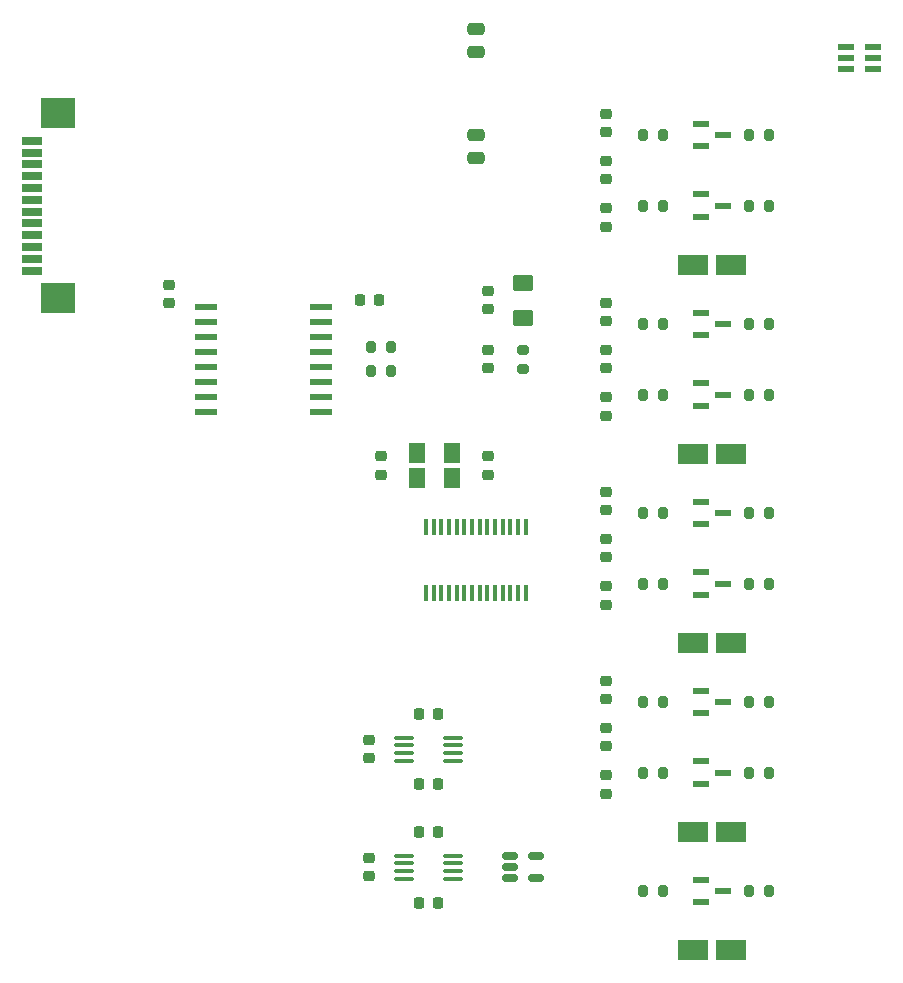
<source format=gbr>
%TF.GenerationSoftware,KiCad,Pcbnew,9.0.2*%
%TF.CreationDate,2025-06-09T15:42:41+03:00*%
%TF.ProjectId,PMCNV-AI4T,504d434e-562d-4414-9934-542e6b696361,rev?*%
%TF.SameCoordinates,Original*%
%TF.FileFunction,Paste,Top*%
%TF.FilePolarity,Positive*%
%FSLAX46Y46*%
G04 Gerber Fmt 4.6, Leading zero omitted, Abs format (unit mm)*
G04 Created by KiCad (PCBNEW 9.0.2) date 2025-06-09 15:42:41*
%MOMM*%
%LPD*%
G01*
G04 APERTURE LIST*
G04 Aperture macros list*
%AMRoundRect*
0 Rectangle with rounded corners*
0 $1 Rounding radius*
0 $2 $3 $4 $5 $6 $7 $8 $9 X,Y pos of 4 corners*
0 Add a 4 corners polygon primitive as box body*
4,1,4,$2,$3,$4,$5,$6,$7,$8,$9,$2,$3,0*
0 Add four circle primitives for the rounded corners*
1,1,$1+$1,$2,$3*
1,1,$1+$1,$4,$5*
1,1,$1+$1,$6,$7*
1,1,$1+$1,$8,$9*
0 Add four rect primitives between the rounded corners*
20,1,$1+$1,$2,$3,$4,$5,0*
20,1,$1+$1,$4,$5,$6,$7,0*
20,1,$1+$1,$6,$7,$8,$9,0*
20,1,$1+$1,$8,$9,$2,$3,0*%
G04 Aperture macros list end*
%ADD10RoundRect,0.200000X-0.200000X-0.275000X0.200000X-0.275000X0.200000X0.275000X-0.200000X0.275000X0*%
%ADD11R,1.397000X1.738275*%
%ADD12RoundRect,0.225000X-0.250000X0.225000X-0.250000X-0.225000X0.250000X-0.225000X0.250000X0.225000X0*%
%ADD13RoundRect,0.225000X0.250000X-0.225000X0.250000X0.225000X-0.250000X0.225000X-0.250000X-0.225000X0*%
%ADD14RoundRect,0.225000X0.225000X0.250000X-0.225000X0.250000X-0.225000X-0.250000X0.225000X-0.250000X0*%
%ADD15R,1.422400X0.558800*%
%ADD16R,2.565400X1.651000*%
%ADD17R,1.854200X0.482600*%
%ADD18RoundRect,0.200000X-0.275000X0.200000X-0.275000X-0.200000X0.275000X-0.200000X0.275000X0.200000X0*%
%ADD19R,1.473200X0.558800*%
%ADD20RoundRect,0.250000X0.475000X-0.250000X0.475000X0.250000X-0.475000X0.250000X-0.475000X-0.250000X0*%
%ADD21RoundRect,0.100000X-0.712500X-0.100000X0.712500X-0.100000X0.712500X0.100000X-0.712500X0.100000X0*%
%ADD22RoundRect,0.200000X0.200000X0.275000X-0.200000X0.275000X-0.200000X-0.275000X0.200000X-0.275000X0*%
%ADD23R,0.355600X1.473200*%
%ADD24RoundRect,0.150000X-0.512500X-0.150000X0.512500X-0.150000X0.512500X0.150000X-0.512500X0.150000X0*%
%ADD25R,1.803400X0.635000*%
%ADD26R,2.997200X2.590800*%
%ADD27RoundRect,0.250001X0.624999X-0.462499X0.624999X0.462499X-0.624999X0.462499X-0.624999X-0.462499X0*%
%ADD28RoundRect,0.250000X-0.475000X0.250000X-0.475000X-0.250000X0.475000X-0.250000X0.475000X0.250000X0*%
G04 APERTURE END LIST*
D10*
%TO.C,R4*%
X18175000Y30000000D03*
X19825000Y30000000D03*
%TD*%
D11*
%TO.C,C10*%
X2000000Y6913337D03*
X2000000Y9086663D03*
%TD*%
D10*
%TO.C,R16*%
X27175000Y-2000000D03*
X28825000Y-2000000D03*
%TD*%
D12*
%TO.C,C13*%
X-5000000Y-15225000D03*
X-5000000Y-16775000D03*
%TD*%
D13*
%TO.C,C28*%
X15000000Y-11775000D03*
X15000000Y-10225000D03*
%TD*%
%TO.C,C9*%
X5000000Y16225000D03*
X5000000Y17775000D03*
%TD*%
D14*
%TO.C,C15*%
X775000Y-29000000D03*
X-775000Y-29000000D03*
%TD*%
D13*
%TO.C,C7*%
X-4000000Y7225000D03*
X-4000000Y8775000D03*
%TD*%
%TO.C,C25*%
X15000000Y4225000D03*
X15000000Y5775000D03*
%TD*%
D15*
%TO.C,U9*%
X23034800Y36952500D03*
X23034800Y35047500D03*
X24965200Y36000000D03*
%TD*%
D16*
%TO.C,D2*%
X22387100Y-33000000D03*
X25612900Y-33000000D03*
%TD*%
D10*
%TO.C,R18*%
X18175000Y-18000000D03*
X19825000Y-18000000D03*
%TD*%
D17*
%TO.C,U7*%
X-18876800Y21445000D03*
X-18876800Y20175000D03*
X-18876800Y18905000D03*
X-18876800Y17635000D03*
X-18876800Y16365000D03*
X-18876800Y15095000D03*
X-18876800Y13825000D03*
X-18876800Y12555000D03*
X-9123200Y12555000D03*
X-9123200Y13825000D03*
X-9123200Y15095000D03*
X-9123200Y16365000D03*
X-9123200Y17635000D03*
X-9123200Y18905000D03*
X-9123200Y20175000D03*
X-9123200Y21445000D03*
%TD*%
D15*
%TO.C,U14*%
X23034800Y4952500D03*
X23034800Y3047500D03*
X24965200Y4000000D03*
%TD*%
D10*
%TO.C,R5*%
X27175000Y30000000D03*
X28825000Y30000000D03*
%TD*%
D18*
%TO.C,R3*%
X8000000Y17825000D03*
X8000000Y16175000D03*
%TD*%
D15*
%TO.C,U12*%
X23034800Y20952500D03*
X23034800Y19047500D03*
X24965200Y20000000D03*
%TD*%
D10*
%TO.C,R10*%
X18175000Y14000000D03*
X19825000Y14000000D03*
%TD*%
D14*
%TO.C,C5*%
X-4225000Y22000000D03*
X-5775000Y22000000D03*
%TD*%
D15*
%TO.C,U16*%
X23034800Y-11047500D03*
X23034800Y-12952500D03*
X24965200Y-12000000D03*
%TD*%
D16*
%TO.C,D1*%
X22387100Y25000000D03*
X25612900Y25000000D03*
%TD*%
D13*
%TO.C,C3*%
X-22000000Y21725000D03*
X-22000000Y23275000D03*
%TD*%
D10*
%TO.C,R8*%
X27175000Y-28000000D03*
X28825000Y-28000000D03*
%TD*%
D12*
%TO.C,C19*%
X15000000Y29775000D03*
X15000000Y28225000D03*
%TD*%
D10*
%TO.C,R9*%
X18175000Y-28000000D03*
X19825000Y-28000000D03*
%TD*%
D19*
%TO.C,U18*%
X37617600Y41549999D03*
X37617600Y42500000D03*
X37617600Y43450001D03*
X35382400Y43450001D03*
X35382400Y42500000D03*
X35382400Y41549999D03*
%TD*%
D20*
%TO.C,C2*%
X4000000Y34050000D03*
X4000000Y35950000D03*
%TD*%
D15*
%TO.C,U10*%
X23034800Y-27047500D03*
X23034800Y-28952500D03*
X24965200Y-28000000D03*
%TD*%
D12*
%TO.C,C14*%
X-5000000Y-25225000D03*
X-5000000Y-26775000D03*
%TD*%
D15*
%TO.C,U11*%
X23034800Y14952500D03*
X23034800Y13047500D03*
X24965200Y14000000D03*
%TD*%
D13*
%TO.C,C22*%
X15000000Y20225000D03*
X15000000Y21775000D03*
%TD*%
D10*
%TO.C,R21*%
X27175000Y-12000000D03*
X28825000Y-12000000D03*
%TD*%
D11*
%TO.C,C8*%
X-1000000Y6913337D03*
X-1000000Y9086663D03*
%TD*%
D14*
%TO.C,C16*%
X775000Y-23000000D03*
X-775000Y-23000000D03*
%TD*%
D13*
%TO.C,C12*%
X5000000Y7225000D03*
X5000000Y8775000D03*
%TD*%
D12*
%TO.C,C20*%
X15000000Y13775000D03*
X15000000Y12225000D03*
%TD*%
%TO.C,C11*%
X5000000Y22775000D03*
X5000000Y21225000D03*
%TD*%
D16*
%TO.C,D3*%
X22387100Y9000000D03*
X25612900Y9000000D03*
%TD*%
D13*
%TO.C,C17*%
X15000000Y36225000D03*
X15000000Y37775000D03*
%TD*%
D10*
%TO.C,R17*%
X27175000Y4000000D03*
X28825000Y4000000D03*
%TD*%
%TO.C,R6*%
X18175000Y36000000D03*
X19825000Y36000000D03*
%TD*%
%TO.C,R13*%
X27175000Y20000000D03*
X28825000Y20000000D03*
%TD*%
D13*
%TO.C,C21*%
X15000000Y16225000D03*
X15000000Y17775000D03*
%TD*%
%TO.C,C24*%
X15000000Y225000D03*
X15000000Y1775000D03*
%TD*%
D14*
%TO.C,C6*%
X775000Y-13000000D03*
X-775000Y-13000000D03*
%TD*%
D13*
%TO.C,C18*%
X15000000Y32225000D03*
X15000000Y33775000D03*
%TD*%
D16*
%TO.C,D4*%
X22387100Y-7000000D03*
X25612900Y-7000000D03*
%TD*%
D21*
%TO.C,U6*%
X-2112500Y-15025000D03*
X-2112500Y-15675000D03*
X-2112500Y-16325000D03*
X-2112500Y-16975000D03*
X2112500Y-16975000D03*
X2112500Y-16325000D03*
X2112500Y-15675000D03*
X2112500Y-15025000D03*
%TD*%
D10*
%TO.C,R11*%
X18175000Y20000000D03*
X19825000Y20000000D03*
%TD*%
%TO.C,R7*%
X27175000Y36000000D03*
X28825000Y36000000D03*
%TD*%
D22*
%TO.C,R1*%
X-3175000Y18000000D03*
X-4825000Y18000000D03*
%TD*%
D21*
%TO.C,U3*%
X-2112500Y-25025000D03*
X-2112500Y-25675000D03*
X-2112500Y-26325000D03*
X-2112500Y-26975000D03*
X2112500Y-26975000D03*
X2112500Y-26325000D03*
X2112500Y-25675000D03*
X2112500Y-25025000D03*
%TD*%
D23*
%TO.C,U2*%
X-225000Y-2819400D03*
X425001Y-2819400D03*
X1075000Y-2819400D03*
X1725001Y-2819400D03*
X2374999Y-2819400D03*
X3025001Y-2819400D03*
X3674999Y-2819400D03*
X4324998Y-2819400D03*
X4974999Y-2819400D03*
X5624998Y-2819400D03*
X6274999Y-2819400D03*
X6924998Y-2819400D03*
X7574999Y-2819400D03*
X8224998Y-2819400D03*
X8225000Y2819400D03*
X7574999Y2819400D03*
X6925000Y2819400D03*
X6274999Y2819400D03*
X5625001Y2819400D03*
X4974999Y2819400D03*
X4325001Y2819400D03*
X3674999Y2819400D03*
X3025001Y2819400D03*
X2374999Y2819400D03*
X1725001Y2819400D03*
X1075000Y2819400D03*
X425001Y2819400D03*
X-225000Y2819400D03*
%TD*%
D10*
%TO.C,R20*%
X27175000Y-18000000D03*
X28825000Y-18000000D03*
%TD*%
D24*
%TO.C,U17*%
X6862500Y-25050000D03*
X6862500Y-26000000D03*
X6862500Y-26950000D03*
X9137500Y-26950000D03*
X9137500Y-25050000D03*
%TD*%
D14*
%TO.C,C4*%
X775000Y-19000000D03*
X-775000Y-19000000D03*
%TD*%
D12*
%TO.C,C26*%
X15000000Y-18225000D03*
X15000000Y-19775000D03*
%TD*%
D10*
%TO.C,R15*%
X18175000Y4000000D03*
X19825000Y4000000D03*
%TD*%
D16*
%TO.C,D5*%
X22387100Y-23000000D03*
X25612900Y-23000000D03*
%TD*%
D25*
%TO.C,J2*%
X-33556000Y24500008D03*
X-33556000Y25500006D03*
X-33556000Y26500004D03*
X-33556000Y27500002D03*
X-33556000Y28500000D03*
X-33556000Y29500000D03*
X-33556000Y30500000D03*
X-33556000Y31500000D03*
X-33556000Y32499998D03*
X-33556000Y33499996D03*
X-33556000Y34499994D03*
X-33556000Y35499992D03*
D26*
X-31385999Y22149997D03*
X-31385999Y37850003D03*
%TD*%
D15*
%TO.C,U13*%
X23034800Y-1047500D03*
X23034800Y-2952500D03*
X24965200Y-2000000D03*
%TD*%
%TO.C,U15*%
X23034800Y-17047500D03*
X23034800Y-18952500D03*
X24965200Y-18000000D03*
%TD*%
D27*
%TO.C,L1*%
X8000000Y20512500D03*
X8000000Y23487500D03*
%TD*%
D22*
%TO.C,R2*%
X-3175000Y16000000D03*
X-4825000Y16000000D03*
%TD*%
D13*
%TO.C,C27*%
X15000000Y-15775000D03*
X15000000Y-14225000D03*
%TD*%
D15*
%TO.C,U8*%
X23034800Y30952500D03*
X23034800Y29047500D03*
X24965200Y30000000D03*
%TD*%
D10*
%TO.C,R19*%
X18175000Y-12000000D03*
X19825000Y-12000000D03*
%TD*%
%TO.C,R12*%
X27175000Y14000000D03*
X28825000Y14000000D03*
%TD*%
D12*
%TO.C,C23*%
X15000000Y-2225000D03*
X15000000Y-3775000D03*
%TD*%
D10*
%TO.C,R14*%
X18175000Y-2000000D03*
X19825000Y-2000000D03*
%TD*%
D28*
%TO.C,C1*%
X4000000Y44950000D03*
X4000000Y43050000D03*
%TD*%
M02*

</source>
